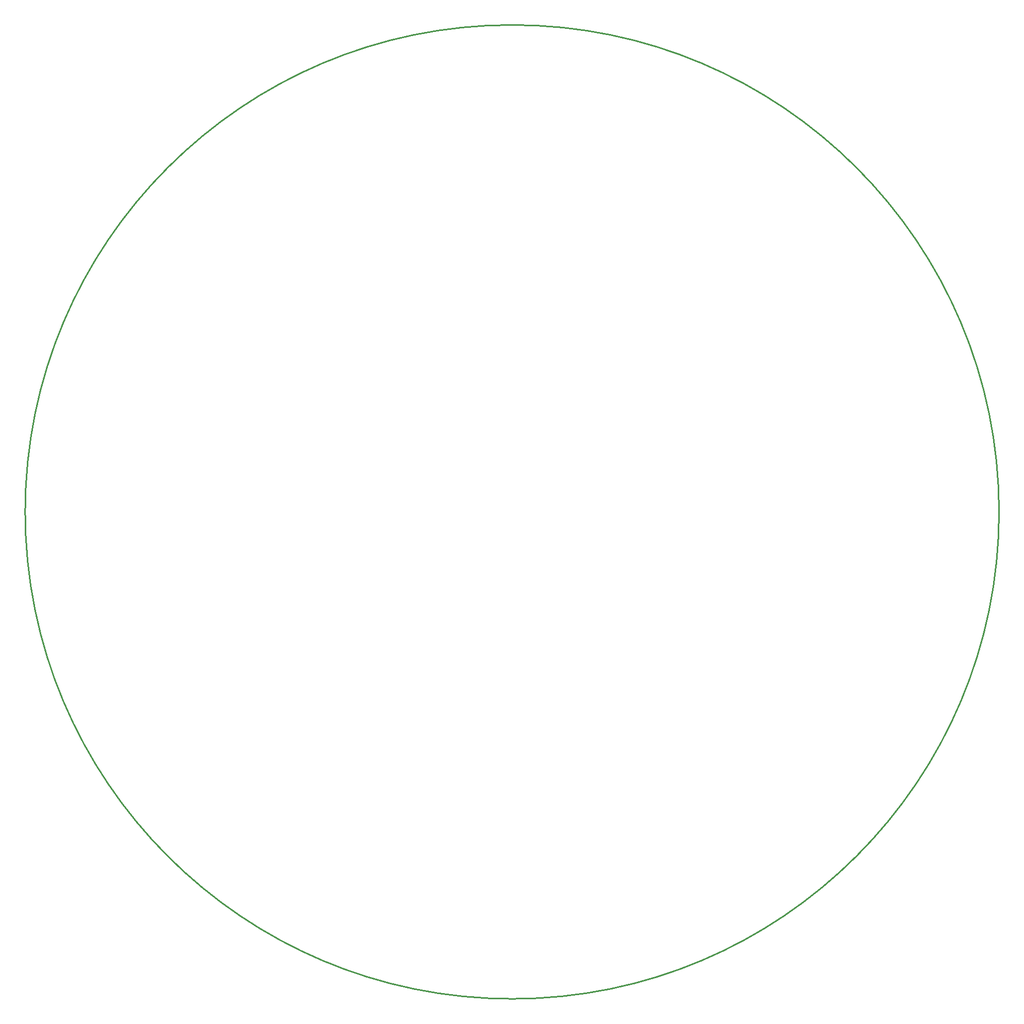
<source format=gko>
G04 Layer: BoardOutlineLayer*
G04 EasyEDA v6.5.22, 2022-11-14 19:57:00*
G04 f0da57bd03cf490fa7de3f553d211417,61aeb1a5dc08497992730370c491a1bd,10*
G04 Gerber Generator version 0.2*
G04 Scale: 100 percent, Rotated: No, Reflected: No *
G04 Dimensions in millimeters *
G04 leading zeros omitted , absolute positions ,4 integer and 5 decimal *
%FSLAX45Y45*%
%MOMM*%

%ADD10C,0.2540*%
D10*
G75*
G01
X7999984Y0D02*
G03X7999984Y0I-7999984J0D01*

%LPD*%
M02*

</source>
